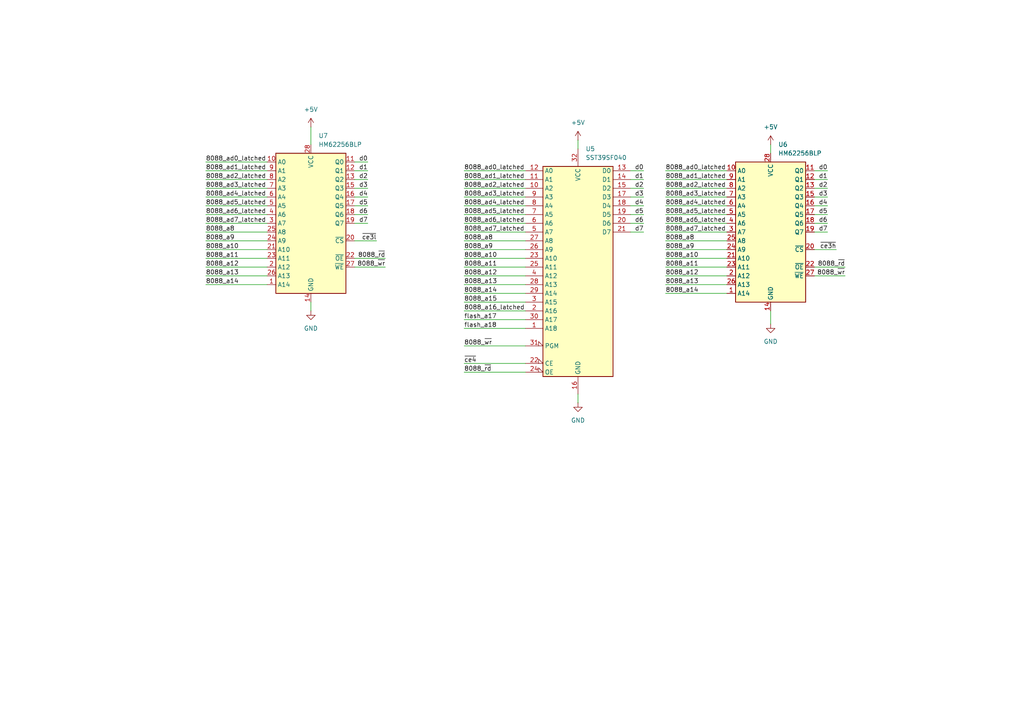
<source format=kicad_sch>
(kicad_sch (version 20231120) (generator "eeschema") (generator_version "8.0")
  (paper "A4")
  (lib_symbols
    (symbol "Memory_Flash:SST39SF040"
      (property "Reference" "U" (at 2.54 33.02 0))
      (property "Value" "SST39SF040" (at 0 -30.48 0))
      (symbol "SST39SF040_0_0"
        (pin power_in line (at 0 -34.29 90) (length 5.08) (name "GND") (number "16"))
        (pin power_in line (at 0 36.83 270) (length 5.08) (name "VCC") (number "32"))
      )
      (symbol "SST39SF040_0_1"
        (rectangle (start -10.16 31.75) (end 10.16 -29.21) (stroke (width 0.254)) (fill (type background)))
      )
      (symbol "SST39SF040_1_1"
        (pin input line (at -15.24 -15.24 0) (length 5.08) (name "A18") (number "1"))
        (pin input line (at -15.24 25.4 0) (length 5.08) (name "A2") (number "10"))
        (pin input line (at -15.24 27.94 0) (length 5.08) (name "A1") (number "11"))
        (pin input line (at -15.24 30.48 0) (length 5.08) (name "A0") (number "12"))
        (pin tri_state line (at 15.24 30.48 180) (length 5.08) (name "D0") (number "13"))
        (pin tri_state line (at 15.24 27.94 180) (length 5.08) (name "D1") (number "14"))
        (pin tri_state line (at 15.24 25.4 180) (length 5.08) (name "D2") (number "15"))
        (pin tri_state line (at 15.24 22.86 180) (length 5.08) (name "D3") (number "17"))
        (pin tri_state line (at 15.24 20.32 180) (length 5.08) (name "D4") (number "18"))
        (pin tri_state line (at 15.24 17.78 180) (length 5.08) (name "D5") (number "19"))
        (pin input line (at -15.24 -10.16 0) (length 5.08) (name "A16") (number "2"))
        (pin tri_state line (at 15.24 15.24 180) (length 5.08) (name "D6") (number "20"))
        (pin tri_state line (at 15.24 12.7 180) (length 5.08) (name "D7") (number "21"))
        (pin input input_low (at -15.24 -25.4 0) (length 5.08) (name "CE") (number "22"))
        (pin input line (at -15.24 5.08 0) (length 5.08) (name "A10") (number "23"))
        (pin input input_low (at -15.24 -27.94 0) (length 5.08) (name "OE") (number "24"))
        (pin input line (at -15.24 2.54 0) (length 5.08) (name "A11") (number "25"))
        (pin input line (at -15.24 7.62 0) (length 5.08) (name "A9") (number "26"))
        (pin input line (at -15.24 10.16 0) (length 5.08) (name "A8") (number "27"))
        (pin input line (at -15.24 -2.54 0) (length 5.08) (name "A13") (number "28"))
        (pin input line (at -15.24 -5.08 0) (length 5.08) (name "A14") (number "29"))
        (pin input line (at -15.24 -7.62 0) (length 5.08) (name "A15") (number "3"))
        (pin input line (at -15.24 -12.7 0) (length 5.08) (name "A17") (number "30"))
        (pin input input_low (at -15.24 -20.32 0) (length 5.08) (name "PGM") (number "31"))
        (pin input line (at -15.24 0 0) (length 5.08) (name "A12") (number "4"))
        (pin input line (at -15.24 12.7 0) (length 5.08) (name "A7") (number "5"))
        (pin input line (at -15.24 15.24 0) (length 5.08) (name "A6") (number "6"))
        (pin input line (at -15.24 17.78 0) (length 5.08) (name "A5") (number "7"))
        (pin input line (at -15.24 20.32 0) (length 5.08) (name "A4") (number "8"))
        (pin input line (at -15.24 22.86 0) (length 5.08) (name "A3") (number "9"))
      )
    )
    (symbol "Memory_RAM:HM62256BLP"
      (property "Reference" "U" (at -10.16 20.955 0))
      (property "Value" "HM62256BLP" (at 2.54 20.955 0))
      (symbol "HM62256BLP_0_0"
        (pin power_in line (at 0 -22.86 90) (length 2.54) (name "GND") (number "14"))
        (pin power_in line (at 0 22.86 270) (length 2.54) (name "VCC") (number "28"))
      )
      (symbol "HM62256BLP_0_1"
        (rectangle (start -10.16 20.32) (end 10.16 -20.32) (stroke (width 0.254)) (fill (type background)))
      )
      (symbol "HM62256BLP_1_1"
        (pin input line (at -12.7 -17.78 0) (length 2.54) (name "A14") (number "1"))
        (pin input line (at -12.7 17.78 0) (length 2.54) (name "A0") (number "10"))
        (pin tri_state line (at 12.7 17.78 180) (length 2.54) (name "Q0") (number "11"))
        (pin tri_state line (at 12.7 15.24 180) (length 2.54) (name "Q1") (number "12"))
        (pin tri_state line (at 12.7 12.7 180) (length 2.54) (name "Q2") (number "13"))
        (pin tri_state line (at 12.7 10.16 180) (length 2.54) (name "Q3") (number "15"))
        (pin tri_state line (at 12.7 7.62 180) (length 2.54) (name "Q4") (number "16"))
        (pin tri_state line (at 12.7 5.08 180) (length 2.54) (name "Q5") (number "17"))
        (pin tri_state line (at 12.7 2.54 180) (length 2.54) (name "Q6") (number "18"))
        (pin tri_state line (at 12.7 0 180) (length 2.54) (name "Q7") (number "19"))
        (pin input line (at -12.7 -12.7 0) (length 2.54) (name "A12") (number "2"))
        (pin input line (at 12.7 -5.08 180) (length 2.54) (name "~{CS}") (number "20"))
        (pin input line (at -12.7 -7.62 0) (length 2.54) (name "A10") (number "21"))
        (pin input line (at 12.7 -10.16 180) (length 2.54) (name "~{OE}") (number "22"))
        (pin input line (at -12.7 -10.16 0) (length 2.54) (name "A11") (number "23"))
        (pin input line (at -12.7 -5.08 0) (length 2.54) (name "A9") (number "24"))
        (pin input line (at -12.7 -2.54 0) (length 2.54) (name "A8") (number "25"))
        (pin input line (at -12.7 -15.24 0) (length 2.54) (name "A13") (number "26"))
        (pin input line (at 12.7 -12.7 180) (length 2.54) (name "~{WE}") (number "27"))
        (pin input line (at -12.7 0 0) (length 2.54) (name "A7") (number "3"))
        (pin input line (at -12.7 2.54 0) (length 2.54) (name "A6") (number "4"))
        (pin input line (at -12.7 5.08 0) (length 2.54) (name "A5") (number "5"))
        (pin input line (at -12.7 7.62 0) (length 2.54) (name "A4") (number "6"))
        (pin input line (at -12.7 10.16 0) (length 2.54) (name "A3") (number "7"))
        (pin input line (at -12.7 12.7 0) (length 2.54) (name "A2") (number "8"))
        (pin input line (at -12.7 15.24 0) (length 2.54) (name "A1") (number "9"))
      )
    )
    (symbol "power:+5V" (power) (pin_numbers hide) (pin_names (offset 0) hide)
      (property "Value" "+5V" (at 0 3.556 0))
      (symbol "+5V_0_1"
        (polyline (pts (xy -0.762 1.27) (xy 0 2.54)))
        (polyline (pts (xy 0 0) (xy 0 2.54)))
        (polyline (pts (xy 0 2.54) (xy 0.762 1.27)))
      )
      (symbol "+5V_1_1"
        (pin power_in line (at 0 0 90) (length 0) (name "~") (number "1"))
      )
    )
    (symbol "power:GND" (power) (pin_numbers hide) (pin_names (offset 0) hide)
      (property "Value" "GND" (at 0 -3.81 0))
      (symbol "GND_0_1"
        (polyline (pts (xy 0 0) (xy 0 -1.27) (xy 1.27 -1.27) (xy 0 -2.54) (xy -1.27 -1.27) (xy 0 -1.27)))
      )
      (symbol "GND_1_1"
        (pin power_in line (at 0 0 270) (length 0) (name "~") (number "1"))
      )
    )
  )
  (wire (pts (xy 182.88 57.15) (xy 186.69 57.15)))
  (wire (pts (xy 134.62 82.55) (xy 152.4 82.55)))
  (wire (pts (xy 182.88 59.69) (xy 186.69 59.69)))
  (wire (pts (xy 134.62 74.93) (xy 152.4 74.93)))
  (wire (pts (xy 236.22 57.15) (xy 240.03 57.15)))
  (wire (pts (xy 210.82 59.69) (xy 193.04 59.69)))
  (wire (pts (xy 102.87 49.53) (xy 106.68 49.53)))
  (wire (pts (xy 59.69 74.93) (xy 77.47 74.93)))
  (wire (pts (xy 152.4 64.77) (xy 134.62 64.77)))
  (wire (pts (xy 236.22 62.23) (xy 240.03 62.23)))
  (wire (pts (xy 77.47 52.07) (xy 59.69 52.07)))
  (wire (pts (xy 134.62 69.85) (xy 152.4 69.85)))
  (wire (pts (xy 102.87 74.93) (xy 111.76 74.93)))
  (wire (pts (xy 182.88 67.31) (xy 186.69 67.31)))
  (wire (pts (xy 152.4 90.17) (xy 134.62 90.17)))
  (wire (pts (xy 236.22 59.69) (xy 240.03 59.69)))
  (wire (pts (xy 182.88 64.77) (xy 186.69 64.77)))
  (wire (pts (xy 193.04 77.47) (xy 210.82 77.47)))
  (wire (pts (xy 236.22 49.53) (xy 240.03 49.53)))
  (wire (pts (xy 210.82 67.31) (xy 193.04 67.31)))
  (wire (pts (xy 77.47 57.15) (xy 59.69 57.15)))
  (wire (pts (xy 223.52 41.91) (xy 223.52 44.45)))
  (wire (pts (xy 77.47 46.99) (xy 59.69 46.99)))
  (wire (pts (xy 210.82 49.53) (xy 193.04 49.53)))
  (wire (pts (xy 193.04 69.85) (xy 210.82 69.85)))
  (wire (pts (xy 152.4 59.69) (xy 134.62 59.69)))
  (wire (pts (xy 236.22 52.07) (xy 240.03 52.07)))
  (wire (pts (xy 236.22 72.39) (xy 242.57 72.39)))
  (wire (pts (xy 182.88 54.61) (xy 186.69 54.61)))
  (wire (pts (xy 90.17 36.83) (xy 90.17 41.91)))
  (wire (pts (xy 102.87 77.47) (xy 111.76 77.47)))
  (wire (pts (xy 90.17 87.63) (xy 90.17 90.17)))
  (wire (pts (xy 152.4 62.23) (xy 134.62 62.23)))
  (wire (pts (xy 134.62 105.41) (xy 152.4 105.41)))
  (wire (pts (xy 182.88 52.07) (xy 186.69 52.07)))
  (wire (pts (xy 152.4 57.15) (xy 134.62 57.15)))
  (wire (pts (xy 134.62 72.39) (xy 152.4 72.39)))
  (wire (pts (xy 210.82 64.77) (xy 193.04 64.77)))
  (wire (pts (xy 210.82 62.23) (xy 193.04 62.23)))
  (wire (pts (xy 210.82 57.15) (xy 193.04 57.15)))
  (wire (pts (xy 59.69 82.55) (xy 77.47 82.55)))
  (wire (pts (xy 77.47 49.53) (xy 59.69 49.53)))
  (wire (pts (xy 193.04 80.01) (xy 210.82 80.01)))
  (wire (pts (xy 236.22 67.31) (xy 240.03 67.31)))
  (wire (pts (xy 102.87 57.15) (xy 106.68 57.15)))
  (wire (pts (xy 102.87 62.23) (xy 106.68 62.23)))
  (wire (pts (xy 134.62 100.33) (xy 152.4 100.33)))
  (wire (pts (xy 152.4 49.53) (xy 134.62 49.53)))
  (wire (pts (xy 77.47 64.77) (xy 59.69 64.77)))
  (wire (pts (xy 193.04 72.39) (xy 210.82 72.39)))
  (wire (pts (xy 210.82 54.61) (xy 193.04 54.61)))
  (wire (pts (xy 223.52 90.17) (xy 223.52 93.98)))
  (wire (pts (xy 102.87 54.61) (xy 106.68 54.61)))
  (wire (pts (xy 236.22 80.01) (xy 245.11 80.01)))
  (wire (pts (xy 59.69 69.85) (xy 77.47 69.85)))
  (wire (pts (xy 77.47 62.23) (xy 59.69 62.23)))
  (wire (pts (xy 193.04 82.55) (xy 210.82 82.55)))
  (wire (pts (xy 102.87 46.99) (xy 106.68 46.99)))
  (wire (pts (xy 134.62 77.47) (xy 152.4 77.47)))
  (wire (pts (xy 236.22 64.77) (xy 240.03 64.77)))
  (wire (pts (xy 193.04 74.93) (xy 210.82 74.93)))
  (wire (pts (xy 152.4 52.07) (xy 134.62 52.07)))
  (wire (pts (xy 102.87 59.69) (xy 106.68 59.69)))
  (wire (pts (xy 167.64 114.3) (xy 167.64 116.84)))
  (wire (pts (xy 77.47 59.69) (xy 59.69 59.69)))
  (wire (pts (xy 182.88 49.53) (xy 186.69 49.53)))
  (wire (pts (xy 134.62 87.63) (xy 152.4 87.63)))
  (wire (pts (xy 59.69 72.39) (xy 77.47 72.39)))
  (wire (pts (xy 134.62 85.09) (xy 152.4 85.09)))
  (wire (pts (xy 152.4 67.31) (xy 134.62 67.31)))
  (wire (pts (xy 152.4 54.61) (xy 134.62 54.61)))
  (wire (pts (xy 134.62 107.95) (xy 152.4 107.95)))
  (wire (pts (xy 210.82 52.07) (xy 193.04 52.07)))
  (wire (pts (xy 59.69 77.47) (xy 77.47 77.47)))
  (wire (pts (xy 236.22 77.47) (xy 245.11 77.47)))
  (wire (pts (xy 77.47 54.61) (xy 59.69 54.61)))
  (wire (pts (xy 167.64 40.64) (xy 167.64 43.18)))
  (wire (pts (xy 193.04 85.09) (xy 210.82 85.09)))
  (wire (pts (xy 236.22 54.61) (xy 240.03 54.61)))
  (wire (pts (xy 102.87 52.07) (xy 106.68 52.07)))
  (wire (pts (xy 102.87 64.77) (xy 106.68 64.77)))
  (wire (pts (xy 134.62 95.25) (xy 152.4 95.25)))
  (wire (pts (xy 134.62 92.71) (xy 152.4 92.71)))
  (wire (pts (xy 59.69 67.31) (xy 77.47 67.31)))
  (wire (pts (xy 59.69 80.01) (xy 77.47 80.01)))
  (wire (pts (xy 182.88 62.23) (xy 186.69 62.23)))
  (wire (pts (xy 134.62 80.01) (xy 152.4 80.01)))
  (wire (pts (xy 102.87 69.85) (xy 109.22 69.85)))
  (label "8088_a10" (at 59.69 72.39 0))
  (label "d0" (at 186.69 49.53 180))
  (label "~{ce4}" (at 134.62 105.41 0))
  (label "8088_ad5_latched" (at 193.04 62.23 0))
  (label "8088_~{rd}" (at 134.62 107.95 0))
  (label "8088_a11" (at 193.04 77.47 0))
  (label "8088_ad5_latched" (at 59.69 59.69 0))
  (label "8088_ad4_latched" (at 193.04 59.69 0))
  (label "d5" (at 240.03 62.23 180))
  (label "8088_a9" (at 59.69 69.85 0))
  (label "d2" (at 106.68 52.07 180))
  (label "8088_a14" (at 193.04 85.09 0))
  (label "8088_a12" (at 134.62 80.01 0))
  (label "8088_ad7_latched" (at 193.04 67.31 0))
  (label "8088_ad6_latched" (at 193.04 64.77 0))
  (label "d1" (at 240.03 52.07 180))
  (label "8088_ad4_latched" (at 134.62 59.69 0))
  (label "8088_ad0_latched" (at 193.04 49.53 0))
  (label "d7" (at 240.03 67.31 180))
  (label "8088_ad4_latched" (at 59.69 57.15 0))
  (label "8088_ad2_latched" (at 134.62 54.61 0))
  (label "8088_a13" (at 193.04 82.55 0))
  (label "d6" (at 186.69 64.77 180))
  (label "8088_ad0_latched" (at 134.62 49.53 0))
  (label "d7" (at 106.68 64.77 180))
  (label "8088_a16_latched" (at 134.62 90.17 0))
  (label "8088_~{wr}" (at 245.11 80.01 180))
  (label "d4" (at 186.69 59.69 180))
  (label "d2" (at 240.03 54.61 180))
  (label "d1" (at 106.68 49.53 180))
  (label "8088_ad1_latched" (at 193.04 52.07 0))
  (label "flash_a17" (at 134.62 92.71 0))
  (label "8088_a10" (at 193.04 74.93 0))
  (label "8088_~{rd}" (at 111.76 74.93 180))
  (label "8088_a12" (at 193.04 80.01 0))
  (label "d6" (at 106.68 62.23 180))
  (label "8088_a12" (at 59.69 77.47 0))
  (label "d3" (at 240.03 57.15 180))
  (label "8088_a15" (at 134.62 87.63 0))
  (label "8088_ad3_latched" (at 134.62 57.15 0))
  (label "8088_ad0_latched" (at 59.69 46.99 0))
  (label "8088_ad7_latched" (at 134.62 67.31 0))
  (label "8088_~{wr}" (at 111.76 77.47 180))
  (label "~{ce3l}" (at 109.22 69.85 180))
  (label "8088_ad2_latched" (at 59.69 52.07 0))
  (label "8088_ad7_latched" (at 59.69 64.77 0))
  (label "8088_a14" (at 134.62 85.09 0))
  (label "d4" (at 106.68 57.15 180))
  (label "8088_a8" (at 59.69 67.31 0))
  (label "8088_ad6_latched" (at 134.62 64.77 0))
  (label "flash_a18" (at 134.62 95.25 0))
  (label "d7" (at 186.69 67.31 180))
  (label "8088_~{rd}" (at 245.11 77.47 180))
  (label "d6" (at 240.03 64.77 180))
  (label "8088_ad3_latched" (at 59.69 54.61 0))
  (label "8088_ad6_latched" (at 59.69 62.23 0))
  (label "8088_a8" (at 134.62 69.85 0))
  (label "8088_a14" (at 59.69 82.55 0))
  (label "d5" (at 106.68 59.69 180))
  (label "8088_a11" (at 59.69 74.93 0))
  (label "8088_~{wr}" (at 134.62 100.33 0))
  (label "d0" (at 106.68 46.99 180))
  (label "8088_a13" (at 59.69 80.01 0))
  (label "d2" (at 186.69 54.61 180))
  (label "8088_ad3_latched" (at 193.04 57.15 0))
  (label "8088_ad2_latched" (at 193.04 54.61 0))
  (label "8088_ad1_latched" (at 134.62 52.07 0))
  (label "d4" (at 240.03 59.69 180))
  (label "d0" (at 240.03 49.53 180))
  (label "8088_a11" (at 134.62 77.47 0))
  (label "8088_a10" (at 134.62 74.93 0))
  (label "8088_a8" (at 193.04 69.85 0))
  (label "d1" (at 186.69 52.07 180))
  (label "~{ce3h}" (at 242.57 72.39 180))
  (label "d3" (at 106.68 54.61 180))
  (label "d3" (at 186.69 57.15 180))
  (label "8088_a13" (at 134.62 82.55 0))
  (label "d5" (at 186.69 62.23 180))
  (label "8088_a9" (at 193.04 72.39 0))
  (label "8088_ad5_latched" (at 134.62 62.23 0))
  (label "8088_a9" (at 134.62 72.39 0))
  (label "8088_ad1_latched" (at 59.69 49.53 0))
  (symbol (lib_id "power:+5V") (at 167.64 40.64 0) (unit 1)
    (property "Reference" "#PWR06" (effects (hide yes)))
    (property "Value" "+5V" (at 167.64 35.56 0))
    (property "Description" "Power symbol creates a global label with name \"+5V\"" (effects (hide yes)))
  )
  (symbol (lib_id "Memory_Flash:SST39SF040") (at 167.64 80.01 0) (unit 1)
    (property "Reference" "U5" (at 169.8341 43.18 0) (effects (justify left)))
    (property "Value" "SST39SF040" (at 169.8341 45.72 0) (effects (justify left)))
    (property "Datasheet" "http://ww1.microchip.com/downloads/en/DeviceDoc/25022B.pdf" (effects (hide yes)))
    (property "Description" "Silicon Storage Technology (SSF) 512k x 8 Flash ROM" (effects (hide yes)))
  )
  (symbol (lib_id "power:GND") (at 167.64 116.84 0) (unit 1)
    (property "Reference" "#PWR07" (effects (hide yes)))
    (property "Value" "GND" (at 167.64 121.92 0))
    (property "Description" "Power symbol creates a global label with name \"GND\" , ground" (effects (hide yes)))
  )
  (symbol (lib_id "power:GND") (at 223.52 93.98 0) (unit 1)
    (property "Reference" "#PWR010" (effects (hide yes)))
    (property "Value" "GND" (at 223.52 99.06 0))
    (property "Description" "Power symbol creates a global label with name \"GND\" , ground" (effects (hide yes)))
  )
  (symbol (lib_id "Memory_RAM:HM62256BLP") (at 223.52 67.31 0) (unit 1)
    (property "Reference" "U6" (at 225.7141 41.91 0) (effects (justify left)))
    (property "Value" "HM62256BLP" (at 225.7141 44.45 0) (effects (justify left)))
    (property "Footprint" "Package_DIP:DIP-28_W15.24mm" (effects (hide yes)))
    (property "Datasheet" "https://web.mit.edu/6.115/www/document/62256.pdf" (effects (hide yes)))
    (property "Description" "32,768-word × 8-bit High Speed CMOS Static RAM, 70ns, DIP-28" (effects (hide yes)))
  )
  (symbol (lib_id "power:GND") (at 90.17 90.17 0) (unit 1)
    (property "Reference" "#PWR011" (effects (hide yes)))
    (property "Value" "GND" (at 90.17 95.25 0))
    (property "Description" "Power symbol creates a global label with name \"GND\" , ground" (effects (hide yes)))
  )
  (symbol (lib_id "power:+5V") (at 223.52 41.91 0) (unit 1)
    (property "Reference" "#PWR09" (effects (hide yes)))
    (property "Value" "+5V" (at 223.52 36.83 0))
    (property "Description" "Power symbol creates a global label with name \"+5V\"" (effects (hide yes)))
  )
  (symbol (lib_id "Memory_RAM:HM62256BLP") (at 90.17 64.77 0) (unit 1)
    (property "Reference" "U7" (at 92.3641 39.37 0) (effects (justify left)))
    (property "Value" "HM62256BLP" (at 92.3641 41.91 0) (effects (justify left)))
    (property "Footprint" "Package_DIP:DIP-28_W15.24mm" (effects (hide yes)))
    (property "Datasheet" "https://web.mit.edu/6.115/www/document/62256.pdf" (effects (hide yes)))
    (property "Description" "32,768-word × 8-bit High Speed CMOS Static RAM, 70ns, DIP-28" (effects (hide yes)))
  )
  (symbol (lib_id "power:+5V") (at 90.17 36.83 0) (unit 1)
    (property "Reference" "#PWR08" (effects (hide yes)))
    (property "Value" "+5V" (at 90.17 31.75 0))
    (property "Description" "Power symbol creates a global label with name \"+5V\"" (effects (hide yes)))
  )
)
</source>
